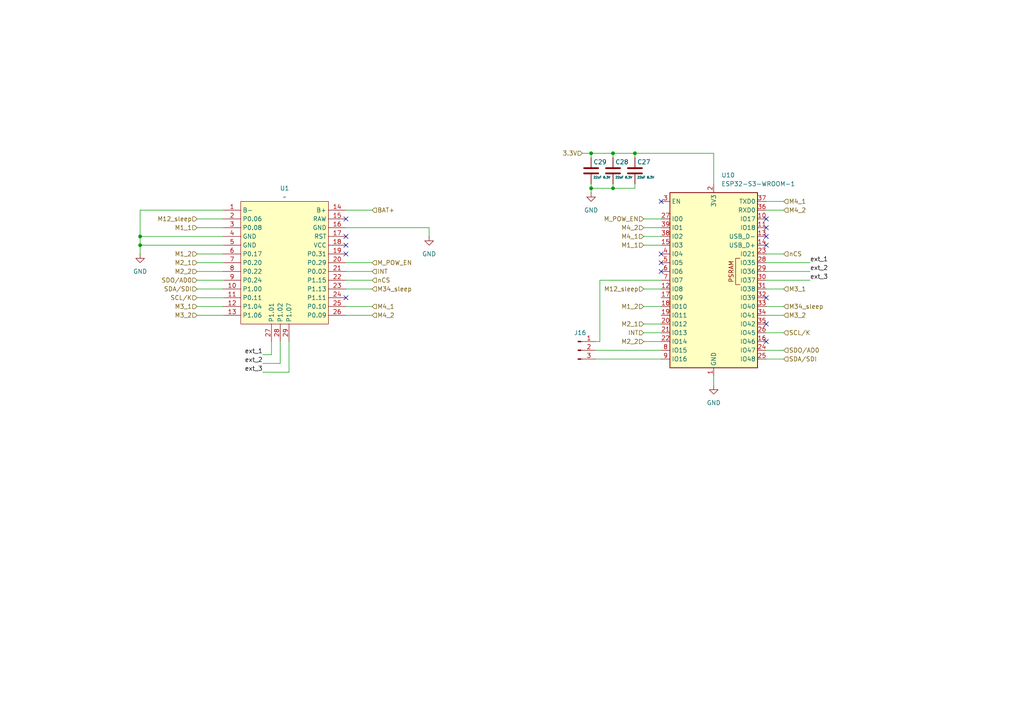
<source format=kicad_sch>
(kicad_sch (version 20231120) (generator "eeschema") (generator_version "8.0")
  (paper "A4")
  (lib_symbols
    (symbol "Connector:Conn_01x03_Pin" (pin_names (offset 1.016) hide)
      (property "Reference" "J" (at 0 5.08 0))
      (property "Value" "Conn_01x03_Pin" (at 0 -5.08 0))
      (symbol "Conn_01x03_Pin_1_1"
        (polyline (pts (xy 1.27 -2.54) (xy 0.8636 -2.54)) (stroke (width 0.1524)))
        (polyline (pts (xy 1.27 0) (xy 0.8636 0)) (stroke (width 0.1524)))
        (polyline (pts (xy 1.27 2.54) (xy 0.8636 2.54)) (stroke (width 0.1524)))
        (rectangle (start 0.8636 -2.413) (end 0 -2.667) (stroke (width 0.1524)) (fill (type outline)))
        (rectangle (start 0.8636 0.127) (end 0 -0.127) (stroke (width 0.1524)) (fill (type outline)))
        (rectangle (start 0.8636 2.667) (end 0 2.413) (stroke (width 0.1524)) (fill (type outline)))
        (pin passive line (at 5.08 2.54 180) (length 3.81) (name "Pin_1") (number "1"))
        (pin passive line (at 5.08 0 180) (length 3.81) (name "Pin_2") (number "2"))
        (pin passive line (at 5.08 -2.54 180) (length 3.81) (name "Pin_3") (number "3"))
      )
    )
    (symbol "Device:C" (pin_numbers hide) (pin_names (offset 0.254))
      (property "Reference" "C" (at 0.635 2.54 0))
      (property "Value" "C" (at 0.635 -2.54 0))
      (symbol "C_0_1"
        (polyline (pts (xy -2.032 -0.762) (xy 2.032 -0.762)) (stroke (width 0.508)))
        (polyline (pts (xy -2.032 0.762) (xy 2.032 0.762)) (stroke (width 0.508)))
      )
      (symbol "C_1_1"
        (pin passive line (at 0 3.81 270) (length 2.794) (name "~") (number "1"))
        (pin passive line (at 0 -3.81 90) (length 2.794) (name "~") (number "2"))
      )
    )
    (symbol "LesniakM_lib:ProMicro-nRF52840"
      (property "Reference" "U" (at -8.89 19.05 0))
      (symbol "ProMicro-nRF52840_1_1"
        (rectangle (start -12.7 17.78) (end 12.7 -17.78) (fill (type background)))
        (pin power_in line (at -17.78 15.24 0) (length 5.08) (name "B-") (number "1"))
        (pin bidirectional line (at -17.78 -7.62 0) (length 5.08) (name "P1.00") (number "10"))
        (pin bidirectional line (at -17.78 -10.16 0) (length 5.08) (name "P0.11") (number "11"))
        (pin bidirectional line (at -17.78 -12.7 0) (length 5.08) (name "P1.04") (number "12"))
        (pin bidirectional line (at -17.78 -15.24 0) (length 5.08) (name "P1.06") (number "13"))
        (pin bidirectional line (at 17.78 15.24 180) (length 5.08) (name "B+") (number "14"))
        (pin bidirectional line (at 17.78 12.7 180) (length 5.08) (name "RAW") (number "15"))
        (pin power_in line (at 17.78 10.16 180) (length 5.08) (name "GND") (number "16"))
        (pin input line (at 17.78 7.62 180) (length 5.08) (name "RST") (number "17"))
        (pin power_out line (at 17.78 5.08 180) (length 5.08) (name "VCC") (number "18"))
        (pin bidirectional line (at 17.78 2.54 180) (length 5.08) (name "P0.31") (number "19"))
        (pin bidirectional line (at -17.78 12.7 0) (length 5.08) (name "P0.06") (number "2"))
        (pin bidirectional line (at 17.78 0 180) (length 5.08) (name "P0.29") (number "20"))
        (pin bidirectional line (at 17.78 -2.54 180) (length 5.08) (name "P0.02") (number "21"))
        (pin bidirectional line (at 17.78 -5.08 180) (length 5.08) (name "P1.15") (number "22"))
        (pin bidirectional line (at 17.78 -7.62 180) (length 5.08) (name "P1.13") (number "23"))
        (pin bidirectional line (at 17.78 -10.16 180) (length 5.08) (name "P1.11") (number "24"))
        (pin bidirectional line (at 17.78 -12.7 180) (length 5.08) (name "P0.10") (number "25"))
        (pin bidirectional line (at 17.78 -15.24 180) (length 5.08) (name "P0.09") (number "26"))
        (pin bidirectional line (at -3.81 -22.86 90) (length 5.08) (name "P1.01") (number "27"))
        (pin bidirectional line (at -1.27 -22.86 90) (length 5.08) (name "P1.02") (number "28"))
        (pin bidirectional line (at 1.27 -22.86 90) (length 5.08) (name "P1.07") (number "29"))
        (pin bidirectional line (at -17.78 10.16 0) (length 5.08) (name "P0.08") (number "3"))
        (pin power_in line (at -17.78 7.62 0) (length 5.08) (name "GND") (number "4"))
        (pin power_in line (at -17.78 5.08 0) (length 5.08) (name "GND") (number "5"))
        (pin bidirectional line (at -17.78 2.54 0) (length 5.08) (name "P0.17") (number "6"))
        (pin bidirectional line (at -17.78 0 0) (length 5.08) (name "P0.20") (number "7"))
        (pin bidirectional line (at -17.78 -2.54 0) (length 5.08) (name "P0.22") (number "8"))
        (pin bidirectional line (at -17.78 -5.08 0) (length 5.08) (name "P0.24") (number "9"))
      )
    )
    (symbol "RF_Module:ESP32-S3-WROOM-1"
      (property "Reference" "U" (at -12.7 26.67 0))
      (property "Value" "ESP32-S3-WROOM-1" (at 12.7 26.67 0))
      (symbol "ESP32-S3-WROOM-1_0_0"
        (rectangle (start -12.7 25.4) (end 12.7 -25.4) (stroke (width 0.254)) (fill (type background)))
        (text "PSRAM" (at 5.08 2.54 900) (effects (font (size 1.27 1.27))))
      )
      (symbol "ESP32-S3-WROOM-1_0_1"
        (polyline (pts (xy 7.62 -1.27) (xy 6.35 -1.27) (xy 6.35 6.35) (xy 7.62 6.35)))
      )
      (symbol "ESP32-S3-WROOM-1_1_1"
        (pin power_in line (at 0 -27.94 90) (length 2.54) (name "GND") (number "1"))
        (pin bidirectional line (at 15.24 17.78 180) (length 2.54) (name "IO17") (number "10"))
        (pin bidirectional line (at 15.24 15.24 180) (length 2.54) (name "IO18") (number "11"))
        (pin bidirectional line (at -15.24 -2.54 0) (length 2.54) (name "IO8") (number "12"))
        (pin bidirectional line (at 15.24 12.7 180) (length 2.54) (name "USB_D-") (number "13"))
        (pin bidirectional line (at 15.24 10.16 180) (length 2.54) (name "USB_D+") (number "14"))
        (pin bidirectional line (at -15.24 10.16 0) (length 2.54) (name "IO3") (number "15"))
        (pin bidirectional line (at 15.24 -17.78 180) (length 2.54) (name "IO46") (number "16"))
        (pin bidirectional line (at -15.24 -5.08 0) (length 2.54) (name "IO9") (number "17"))
        (pin bidirectional line (at -15.24 -7.62 0) (length 2.54) (name "IO10") (number "18"))
        (pin bidirectional line (at -15.24 -10.16 0) (length 2.54) (name "IO11") (number "19"))
        (pin power_in line (at 0 27.94 270) (length 2.54) (name "3V3") (number "2"))
        (pin bidirectional line (at -15.24 -12.7 0) (length 2.54) (name "IO12") (number "20"))
        (pin bidirectional line (at -15.24 -15.24 0) (length 2.54) (name "IO13") (number "21"))
        (pin bidirectional line (at -15.24 -17.78 0) (length 2.54) (name "IO14") (number "22"))
        (pin bidirectional line (at 15.24 7.62 180) (length 2.54) (name "IO21") (number "23"))
        (pin bidirectional line (at 15.24 -20.32 180) (length 2.54) (name "IO47") (number "24"))
        (pin bidirectional line (at 15.24 -22.86 180) (length 2.54) (name "IO48") (number "25"))
        (pin bidirectional line (at 15.24 -15.24 180) (length 2.54) (name "IO45") (number "26"))
        (pin bidirectional line (at -15.24 17.78 0) (length 2.54) (name "IO0") (number "27"))
        (pin bidirectional line (at 15.24 5.08 180) (length 2.54) (name "IO35") (number "28"))
        (pin bidirectional line (at 15.24 2.54 180) (length 2.54) (name "IO36") (number "29"))
        (pin input line (at -15.24 22.86 0) (length 2.54) (name "EN") (number "3"))
        (pin bidirectional line (at 15.24 0 180) (length 2.54) (name "IO37") (number "30"))
        (pin bidirectional line (at 15.24 -2.54 180) (length 2.54) (name "IO38") (number "31"))
        (pin bidirectional line (at 15.24 -5.08 180) (length 2.54) (name "IO39") (number "32"))
        (pin bidirectional line (at 15.24 -7.62 180) (length 2.54) (name "IO40") (number "33"))
        (pin bidirectional line (at 15.24 -10.16 180) (length 2.54) (name "IO41") (number "34"))
        (pin bidirectional line (at 15.24 -12.7 180) (length 2.54) (name "IO42") (number "35"))
        (pin bidirectional line (at 15.24 20.32 180) (length 2.54) (name "RXD0") (number "36"))
        (pin bidirectional line (at 15.24 22.86 180) (length 2.54) (name "TXD0") (number "37"))
        (pin bidirectional line (at -15.24 12.7 0) (length 2.54) (name "IO2") (number "38"))
        (pin bidirectional line (at -15.24 15.24 0) (length 2.54) (name "IO1") (number "39"))
        (pin bidirectional line (at -15.24 7.62 0) (length 2.54) (name "IO4") (number "4"))
        (pin passive line (at 0 -27.94 90) (length 2.54) hide (name "GND") (number "40"))
        (pin passive line (at 0 -27.94 90) (length 2.54) hide (name "GND") (number "41"))
        (pin bidirectional line (at -15.24 5.08 0) (length 2.54) (name "IO5") (number "5"))
        (pin bidirectional line (at -15.24 2.54 0) (length 2.54) (name "IO6") (number "6"))
        (pin bidirectional line (at -15.24 0 0) (length 2.54) (name "IO7") (number "7"))
        (pin bidirectional line (at -15.24 -20.32 0) (length 2.54) (name "IO15") (number "8"))
        (pin bidirectional line (at -15.24 -22.86 0) (length 2.54) (name "IO16") (number "9"))
      )
    )
    (symbol "power:GND" (power) (pin_numbers hide) (pin_names (offset 0) hide)
      (property "Value" "GND" (at 0 -3.81 0))
      (symbol "GND_0_1"
        (polyline (pts (xy 0 0) (xy 0 -1.27) (xy 1.27 -1.27) (xy 0 -2.54) (xy -1.27 -1.27) (xy 0 -1.27)))
      )
      (symbol "GND_1_1"
        (pin power_in line (at 0 0 270) (length 0) (name "~") (number "1"))
      )
    )
  )
  (junction (at 40.64 71.12))
  (junction (at 171.45 54.61))
  (junction (at 40.64 68.58))
  (junction (at 184.15 44.45))
  (junction (at 177.8 54.61))
  (junction (at 177.8 44.45))
  (junction (at 171.45 44.45))
  (no_connect (at 191.77 73.66))
  (no_connect (at 222.25 86.36))
  (no_connect (at 191.77 76.2))
  (no_connect (at 100.33 63.5))
  (no_connect (at 222.25 71.12))
  (no_connect (at 191.77 78.74))
  (no_connect (at 191.77 58.42))
  (no_connect (at 222.25 99.06))
  (no_connect (at 222.25 66.04))
  (no_connect (at 222.25 68.58))
  (no_connect (at 100.33 71.12))
  (no_connect (at 100.33 86.36))
  (no_connect (at 222.25 93.98))
  (no_connect (at 100.33 73.66))
  (no_connect (at 100.33 68.58))
  (no_connect (at 222.25 63.5))
  (wire (pts (xy 186.69 68.58) (xy 191.77 68.58)))
  (wire (pts (xy 171.45 54.61) (xy 171.45 55.88)))
  (wire (pts (xy 57.15 83.82) (xy 64.77 83.82)))
  (wire (pts (xy 177.8 54.61) (xy 184.15 54.61)))
  (wire (pts (xy 186.69 83.82) (xy 191.77 83.82)))
  (wire (pts (xy 222.25 58.42) (xy 227.33 58.42)))
  (wire (pts (xy 57.15 91.44) (xy 64.77 91.44)))
  (wire (pts (xy 222.25 96.52) (xy 227.33 96.52)))
  (wire (pts (xy 184.15 44.45) (xy 207.01 44.45)))
  (wire (pts (xy 76.2 102.87) (xy 78.74 102.87)))
  (wire (pts (xy 177.8 44.45) (xy 177.8 45.72)))
  (wire (pts (xy 177.8 54.61) (xy 177.8 53.34)))
  (wire (pts (xy 172.72 104.14) (xy 191.77 104.14)))
  (wire (pts (xy 168.91 44.45) (xy 171.45 44.45)))
  (wire (pts (xy 124.46 66.04) (xy 124.46 68.58)))
  (wire (pts (xy 40.64 71.12) (xy 40.64 73.66)))
  (wire (pts (xy 171.45 44.45) (xy 177.8 44.45)))
  (wire (pts (xy 171.45 44.45) (xy 171.45 45.72)))
  (wire (pts (xy 100.33 60.96) (xy 107.95 60.96)))
  (wire (pts (xy 57.15 73.66) (xy 64.77 73.66)))
  (wire (pts (xy 222.25 76.2) (xy 234.95 76.2)))
  (wire (pts (xy 40.64 60.96) (xy 40.64 68.58)))
  (wire (pts (xy 100.33 91.44) (xy 107.95 91.44)))
  (wire (pts (xy 172.72 99.06) (xy 173.99 99.06)))
  (wire (pts (xy 171.45 54.61) (xy 177.8 54.61)))
  (wire (pts (xy 177.8 44.45) (xy 184.15 44.45)))
  (wire (pts (xy 222.25 60.96) (xy 227.33 60.96)))
  (wire (pts (xy 57.15 88.9) (xy 64.77 88.9)))
  (wire (pts (xy 172.72 101.6) (xy 191.77 101.6)))
  (wire (pts (xy 186.69 71.12) (xy 191.77 71.12)))
  (wire (pts (xy 81.28 99.06) (xy 81.28 105.41)))
  (wire (pts (xy 186.69 99.06) (xy 191.77 99.06)))
  (wire (pts (xy 40.64 68.58) (xy 64.77 68.58)))
  (wire (pts (xy 76.2 107.95) (xy 83.82 107.95)))
  (wire (pts (xy 184.15 54.61) (xy 184.15 53.34)))
  (wire (pts (xy 40.64 68.58) (xy 40.64 71.12)))
  (wire (pts (xy 64.77 60.96) (xy 40.64 60.96)))
  (wire (pts (xy 57.15 66.04) (xy 64.77 66.04)))
  (wire (pts (xy 57.15 76.2) (xy 64.77 76.2)))
  (wire (pts (xy 222.25 88.9) (xy 227.33 88.9)))
  (wire (pts (xy 173.99 99.06) (xy 173.99 81.28)))
  (wire (pts (xy 57.15 63.5) (xy 64.77 63.5)))
  (wire (pts (xy 57.15 78.74) (xy 64.77 78.74)))
  (wire (pts (xy 100.33 88.9) (xy 107.95 88.9)))
  (wire (pts (xy 186.69 96.52) (xy 191.77 96.52)))
  (wire (pts (xy 186.69 66.04) (xy 191.77 66.04)))
  (wire (pts (xy 222.25 81.28) (xy 234.95 81.28)))
  (wire (pts (xy 184.15 44.45) (xy 184.15 45.72)))
  (wire (pts (xy 186.69 93.98) (xy 191.77 93.98)))
  (wire (pts (xy 171.45 53.34) (xy 171.45 54.61)))
  (wire (pts (xy 100.33 78.74) (xy 107.95 78.74)))
  (wire (pts (xy 186.69 88.9) (xy 191.77 88.9)))
  (wire (pts (xy 222.25 91.44) (xy 227.33 91.44)))
  (wire (pts (xy 100.33 81.28) (xy 107.95 81.28)))
  (wire (pts (xy 40.64 71.12) (xy 64.77 71.12)))
  (wire (pts (xy 83.82 107.95) (xy 83.82 99.06)))
  (wire (pts (xy 57.15 81.28) (xy 64.77 81.28)))
  (wire (pts (xy 207.01 109.22) (xy 207.01 111.76)))
  (wire (pts (xy 186.69 63.5) (xy 191.77 63.5)))
  (wire (pts (xy 222.25 104.14) (xy 227.33 104.14)))
  (wire (pts (xy 222.25 101.6) (xy 227.33 101.6)))
  (wire (pts (xy 81.28 105.41) (xy 76.2 105.41)))
  (wire (pts (xy 222.25 73.66) (xy 227.33 73.66)))
  (wire (pts (xy 78.74 102.87) (xy 78.74 99.06)))
  (wire (pts (xy 100.33 76.2) (xy 107.95 76.2)))
  (wire (pts (xy 100.33 66.04) (xy 124.46 66.04)))
  (wire (pts (xy 57.15 86.36) (xy 64.77 86.36)))
  (wire (pts (xy 222.25 83.82) (xy 227.33 83.82)))
  (wire (pts (xy 222.25 78.74) (xy 234.95 78.74)))
  (wire (pts (xy 100.33 83.82) (xy 107.95 83.82)))
  (wire (pts (xy 207.01 44.45) (xy 207.01 53.34)))
  (wire (pts (xy 173.99 81.28) (xy 191.77 81.28)))
  (image (at 82.55 78.74) (scale 0.0664781))
  (label "ext_1" (at 76.2 102.87 180))
  (label "ext_2" (at 234.95 78.74 0))
  (label "ext_1" (at 234.95 76.2 0))
  (label "ext_3" (at 76.2 107.95 180))
  (label "ext_3" (at 234.95 81.28 0))
  (label "ext_2" (at 76.2 105.41 180))
  (hierarchical_label "M12_sleep" (shape input) (at 186.69 83.82 180))
  (hierarchical_label "SDO{slash}AD0" (shape input) (at 227.33 101.6 0))
  (hierarchical_label "M_POW_EN" (shape input) (at 186.69 63.5 180))
  (hierarchical_label "SDA{slash}SDI" (shape input) (at 227.33 104.14 0))
  (hierarchical_label "nCS" (shape input) (at 227.33 73.66 0))
  (hierarchical_label "nCS" (shape input) (at 107.95 81.28 0))
  (hierarchical_label "M1_2" (shape input) (at 57.15 73.66 180))
  (hierarchical_label "M2_2" (shape input) (at 57.15 78.74 180))
  (hierarchical_label "M1_1" (shape input) (at 186.69 71.12 180))
  (hierarchical_label "M1_2" (shape input) (at 186.69 88.9 180))
  (hierarchical_label "M3_2" (shape input) (at 227.33 91.44 0))
  (hierarchical_label "M4_1" (shape input) (at 227.33 58.42 0))
  (hierarchical_label "SCL{slash}K" (shape input) (at 227.33 96.52 0))
  (hierarchical_label "M4_2" (shape input) (at 107.95 91.44 0))
  (hierarchical_label "M4_1" (shape input) (at 107.95 88.9 0))
  (hierarchical_label "M2_1" (shape input) (at 57.15 76.2 180))
  (hierarchical_label "M4_1" (shape input) (at 186.69 68.58 180))
  (hierarchical_label "M12_sleep" (shape input) (at 57.15 63.5 180))
  (hierarchical_label "M34_sleep" (shape input) (at 107.95 83.82 0))
  (hierarchical_label "M_POW_EN" (shape input) (at 107.95 76.2 0))
  (hierarchical_label "M2_2" (shape input) (at 186.69 99.06 180))
  (hierarchical_label "M4_2" (shape input) (at 186.69 66.04 180))
  (hierarchical_label "M34_sleep" (shape input) (at 227.33 88.9 0))
  (hierarchical_label "M4_2" (shape input) (at 227.33 60.96 0))
  (hierarchical_label "M3_2" (shape input) (at 57.15 91.44 180))
  (hierarchical_label "M1_1" (shape input) (at 57.15 66.04 180))
  (hierarchical_label "M2_1" (shape input) (at 186.69 93.98 180))
  (hierarchical_label "SCL{slash}K" (shape input) (at 57.15 86.36 180))
  (hierarchical_label "M3_1" (shape input) (at 57.15 88.9 180))
  (hierarchical_label "INT" (shape input) (at 107.95 78.74 0))
  (hierarchical_label "INT" (shape input) (at 186.69 96.52 180))
  (hierarchical_label "BAT+" (shape input) (at 107.95 60.96 0))
  (hierarchical_label "SDA{slash}SDI" (shape input) (at 57.15 83.82 180))
  (hierarchical_label "3.3V" (shape input) (at 168.91 44.45 180))
  (hierarchical_label "SDO{slash}AD0" (shape input) (at 57.15 81.28 180))
  (hierarchical_label "M3_1" (shape input) (at 227.33 83.82 0))
  (symbol (lib_id "Device:C") (at 184.15 49.53 0) (unit 1)
    (property "Reference" "C27" (at 184.785 46.99 0) (effects (justify left)))
    (property "Value" "22uF 6.3V" (at 184.785 51.435 0) (effects (font (size 0.635 0.635)) (justify left)))
    (property "Footprint" "Capacitor_SMD:C_0603_1608Metric" (effects (hide yes)))
    (property "Datasheet" "https://jlcpcb.com/api/file/downloadByFileSystemAccessId/8555544417670705152" (effects (hide yes)))
    (property "Description" "6.3V 22uF X5R ±20% 0603 Multilayer Ceramic Capacitors" (effects (hide yes)))
    (property "MANF#" "CL10A226MQ8NRNC" (effects (hide yes)))
    (property "MANF" "Samsung Electro-Mechanics" (effects (hide yes)))
    (property "JLCPCB#" "C59461" (effects (hide yes)))
    (property "LCSC Part #" "C59461" (effects (hide yes)))
  )
  (symbol (lib_id "power:GND") (at 207.01 111.76 0) (unit 1)
    (property "Reference" "#PWR029" (effects (hide yes)))
    (property "Value" "GND" (at 207.01 116.84 0))
    (property "Description" "Power symbol creates a global label with name \"GND\" , ground" (effects (hide yes)))
  )
  (symbol (lib_id "RF_Module:ESP32-S3-WROOM-1") (at 207.01 81.28 0) (unit 1)
    (property "Reference" "U10" (at 209.2041 50.8 0) (effects (justify left)))
    (property "Value" "ESP32-S3-WROOM-1" (at 209.2041 53.34 0) (effects (justify left)))
    (property "Footprint" "RF_Module:ESP32-S3-WROOM-1" (effects (hide yes)))
    (property "Datasheet" "https://www.espressif.com/sites/default/files/documentation/esp32-s3-wroom-1_wroom-1u_datasheet_en.pdf" (effects (hide yes)))
    (property "Description" "RF Module, ESP32-S3 SoC, Wi-Fi 802.11b/g/n, Bluetooth, BLE, 32-bit, 3.3V, onboard antenna, SMD" (effects (hide yes)))
  )
  (symbol (lib_id "Device:C") (at 177.8 49.53 0) (unit 1)
    (property "Reference" "C28" (at 178.435 46.99 0) (effects (justify left)))
    (property "Value" "22uF 6.3V" (at 178.435 51.435 0) (effects (font (size 0.635 0.635)) (justify left)))
    (property "Footprint" "Capacitor_SMD:C_0603_1608Metric" (effects (hide yes)))
    (property "Datasheet" "https://jlcpcb.com/api/file/downloadByFileSystemAccessId/8555544417670705152" (effects (hide yes)))
    (property "Description" "6.3V 22uF X5R ±20% 0603 Multilayer Ceramic Capacitors" (effects (hide yes)))
    (property "MANF#" "CL10A226MQ8NRNC" (effects (hide yes)))
    (property "MANF" "Samsung Electro-Mechanics" (effects (hide yes)))
    (property "JLCPCB#" "C59461" (effects (hide yes)))
    (property "LCSC Part #" "C59461" (effects (hide yes)))
  )
  (symbol (lib_id "power:GND") (at 40.64 73.66 0) (unit 1)
    (property "Reference" "#PWR01" (effects (hide yes)))
    (property "Value" "GND" (at 40.64 78.74 0))
    (property "Description" "Power symbol creates a global label with name \"GND\" , ground" (effects (hide yes)))
  )
  (symbol (lib_id "power:GND") (at 124.46 68.58 0) (unit 1)
    (property "Reference" "#PWR02" (effects (hide yes)))
    (property "Value" "GND" (at 124.46 73.66 0))
    (property "Description" "Power symbol creates a global label with name \"GND\" , ground" (effects (hide yes)))
  )
  (symbol (lib_id "Connector:Conn_01x03_Pin") (at 167.64 101.6 0) (unit 1)
    (property "Reference" "J16" (at 168.275 96.52 0))
    (property "Value" "Conn_01x03_Pin" (effects (hide yes)))
    (property "Footprint" "Connector_PinHeader_2.54mm:PinHeader_1x03_P2.54mm_Vertical" (effects (hide yes)))
    (property "Description" "Generic connector, single row, 01x03, script generated" (effects (hide yes)))
  )
  (symbol (lib_id "LesniakM_lib:ProMicro-nRF52840") (at 82.55 76.2 0) (unit 1)
    (property "Reference" "U1" (at 82.55 54.61 0))
    (property "Value" "~" (at 82.55 57.15 0))
    (property "Footprint" "LesniakM_lib:ProMicro_nRF52840" (effects (hide yes)))
  )
  (symbol (lib_id "Device:C") (at 171.45 49.53 0) (unit 1)
    (property "Reference" "C29" (at 172.085 46.99 0) (effects (justify left)))
    (property "Value" "22uF 6.3V" (at 172.085 51.435 0) (effects (font (size 0.635 0.635)) (justify left)))
    (property "Footprint" "Capacitor_SMD:C_0603_1608Metric" (effects (hide yes)))
    (property "Datasheet" "https://jlcpcb.com/api/file/downloadByFileSystemAccessId/8555544417670705152" (effects (hide yes)))
    (property "Description" "6.3V 22uF X5R ±20% 0603 Multilayer Ceramic Capacitors" (effects (hide yes)))
    (property "MANF#" "CL10A226MQ8NRNC" (effects (hide yes)))
    (property "MANF" "Samsung Electro-Mechanics" (effects (hide yes)))
    (property "JLCPCB#" "C59461" (effects (hide yes)))
    (property "LCSC Part #" "C59461" (effects (hide yes)))
  )
  (symbol (lib_id "power:GND") (at 171.45 55.88 0) (unit 1)
    (property "Reference" "#PWR030" (effects (hide yes)))
    (property "Value" "GND" (at 171.45 60.96 0))
    (property "Description" "Power symbol creates a global label with name \"GND\" , ground" (effects (hide yes)))
  )
)
</source>
